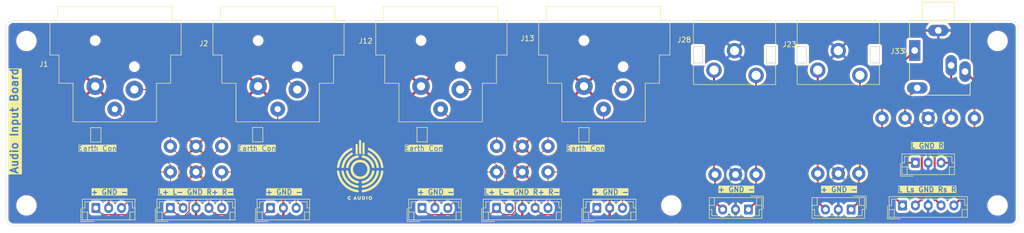
<source format=kicad_pcb>
(kicad_pcb (version 20241229) (generator "pcbnew") (generator_version "9.0")
  (layers (0 "F.Cu" signal) (2 "B.Cu" signal) (13 "F.Paste" user) (15 "B.Paste" user) (5 "F.SilkS" user "F.Silkscreen") (7 "B.SilkS" user "B.Silkscreen") (1 "F.Mask" user) (3 "B.Mask" user) (25 "Edge.Cuts" user))
  (net 0 "")
  (net 1 "Earth")
  (net 2 "/XLR1/In+_L_XLR1")
  (net 3 "/XLR1/In-_L_XLR1")
  (net 4 "/XLR1/In+_R_XLR1")
  (net 5 "/XLR1/In-_R_XLR1")
  (net 6 "/XLR2/In-_L_XLR1")
  (net 7 "/XLR2/In+_L_XLR1")
  (net 8 "/XLR2/In-_R_XLR1")
  (net 9 "/XLR2/In+_R_XLR1")
  (net 10 "GND")
  (net 11 "/Chinch1/In_L_RCA1")
  (net 12 "/Chinch1/In_R_RCA1")
  (net 13 "/Chinch2/In_R_RCA1")
  (net 14 "/Chinch2/In_L_RCA1")
  (net 15 "/3.5mm/In_R_3.5_sw")
  (net 16 "/3.5mm/In_L_3.5_sw")
  (net 17 "/3.5mm/In_R_3.5")
  (net 18 "/3.5mm/In_L_3.5")
  (footprint "Jumper:SolderJumper-2_P1.3mm_Open_TrianglePad1.0x1.5mm" (layer "F.Cu") (at 98.5 77.225 90)
    (property "Reference" "JP2" (hide yes))
    (property "Value" "Earth Conn")
    (pad "1" smd custom (at -0.725 0 90) (size 0.3 0.3) (layers "F.Cu" "F.Mask") (net 10 "GND") (options (clearance outline) (anchor rect)) (primitives (gr_poly (pts (xy 1 0) (xy 0.5 0.75) (xy -0.5 0.75) (xy -0.5 -0.75) (xy 0.5 -0.75)) (width 0) (fill yes))))
    (pad "2" smd custom (at 0.725 0 90) (size 0.3 0.3) (layers "F.Cu" "F.Mask") (net 1 "Earth") (options (clearance outline) (anchor rect)) (primitives (gr_poly (pts (xy 0.5 0.75) (xy -0.65 0.75) (xy -0.15 0) (xy -0.65 -0.75) (xy 0.5 -0.75)) (width 0) (fill yes))))
  )
  (footprint "Connector_JST:JST_EH_B3B-EH-A_1x03_P2.50mm_Vertical" (layer "F.Cu") (at 130.5 91.5)
    (property "Reference" "J17" (hide yes))
    (property "Value" "XLR1_L")
    (pad "1" thru_hole roundrect (at 0 0) (size 1.7 1.95) (drill 0.95) (layers "*.Cu" "*.Mask") (roundrect_rratio 0.147059) (net 7 "/XLR2/In+_L_XLR1"))
    (pad "2" thru_hole oval (at 2.5 0) (size 1.7 1.95) (drill 0.95) (layers "*.Cu" "*.Mask") (net 1 "Earth"))
    (pad "3" thru_hole oval (at 5 0) (size 1.7 1.95) (drill 0.95) (layers "*.Cu" "*.Mask") (net 6 "/XLR2/In-_L_XLR1"))
  )
  (footprint "Connector_Audio:Jack_XLR_Neutrik_NC3FAH1_Horizontal" (layer "F.Cu") (at 162 67.81 90)
    (property "Reference" "J13" (at 9.31 -11 0) (layer "F.SilkS"))
    (property "Value" "XLR-In1 R")
    (pad "" np_thru_hole circle (at 3.81 7.62 90) (size 1.6 1.6) (drill 1.6) (layers "*.Cu" "*.Mask"))
    (pad "" np_thru_hole circle (at 8.89 0 90) (size 1.6 1.6) (drill 1.6) (layers "*.Cu" "*.Mask"))
    (pad "1" thru_hole circle (at 0 0 90) (size 3.4 3.4) (drill 1.6) (layers "*.Cu" "*.Mask") (net 1 "Earth"))
    (pad "2" thru_hole circle (at -0.635 7.62 90) (size 3.4 3.4) (drill 1.6) (layers "*.Cu" "*.Mask") (net 9 "/XLR2/In+_R_XLR1"))
    (pad "3" thru_hole circle (at -4.45 3.81 90) (size 2.9 2.9) (drill 1.2) (layers "*.Cu" "*.Mask") (net 8 "/XLR2/In-_R_XLR1"))
  )
  (footprint "Connector_Pin:Pin_D1.3mm_L11.0mm" (layer "F.Cu") (at 211.5 84.8)
    (property "Reference" "J26" (hide yes))
    (property "Value" "GND")
    (pad "1" thru_hole circle (at 0 0) (size 2.6 2.6) (drill 1.3) (layers "*.Cu" "*.Mask") (net 10 "GND"))
  )
  (footprint "Connector_JST:JST_EH_B5B-EH-A_1x05_P2.50mm_Vertical" (layer "F.Cu") (at 145 91.5)
    (property "Reference" "J18" (hide yes))
    (property "Value" "XLR1")
    (pad "1" thru_hole roundrect (at 0 0) (size 1.7 1.95) (drill 0.95) (layers "*.Cu" "*.Mask") (roundrect_rratio 0.147059) (net 7 "/XLR2/In+_L_XLR1"))
    (pad "2" thru_hole oval (at 2.5 0) (size 1.7 1.95) (drill 0.95) (layers "*.Cu" "*.Mask") (net 6 "/XLR2/In-_L_XLR1"))
    (pad "3" thru_hole oval (at 5 0) (size 1.7 1.95) (drill 0.95) (layers "*.Cu" "*.Mask") (net 1 "Earth"))
    (pad "4" thru_hole oval (at 7.5 0) (size 1.7 1.95) (drill 0.95) (layers "*.Cu" "*.Mask") (net 9 "/XLR2/In+_R_XLR1"))
    (pad "5" thru_hole oval (at 10 0) (size 1.7 1.95) (drill 0.95) (layers "*.Cu" "*.Mask") (net 8 "/XLR2/In-_R_XLR1"))
  )
  (footprint "Jumper:SolderJumper-2_P1.3mm_Open_TrianglePad1.0x1.5mm" (layer "F.Cu") (at 162 77.275 90)
    (property "Reference" "JP4" (hide yes))
    (property "Value" "Earth Conn")
    (pad "1" smd custom (at -0.725 0 90) (size 0.3 0.3) (layers "F.Cu" "F.Mask") (net 10 "GND") (options (clearance outline) (anchor rect)) (primitives (gr_poly (pts (xy 1 0) (xy 0.5 0.75) (xy -0.5 0.75) (xy -0.5 -0.75) (xy 0.5 -0.75)) (width 0) (fill yes))))
    (pad "2" smd custom (at 0.725 0 90) (size 0.3 0.3) (layers "F.Cu" "F.Mask") (net 1 "Earth") (options (clearance outline) (anchor rect)) (primitives (gr_poly (pts (xy 0.5 0.75) (xy -0.65 0.75) (xy -0.15 0) (xy -0.65 -0.75) (xy 0.5 -0.75)) (width 0) (fill yes))))
  )
  (footprint "Connector_JST:JST_EH_B3B-EH-A_1x03_P2.50mm_Vertical" (layer "F.Cu") (at 194 91.8 180)
    (property "Reference" "J32" (hide yes))
    (property "Value" "Chinch1")
    (pad "1" thru_hole roundrect (at 0 0 180) (size 1.7 1.95) (drill 0.95) (layers "*.Cu" "*.Mask") (roundrect_rratio 0.147059) (net 14 "/Chinch2/In_L_RCA1"))
    (pad "2" thru_hole oval (at 2.5 0 180) (size 1.7 1.95) (drill 0.95) (layers "*.Cu" "*.Mask") (net 10 "GND"))
    (pad "3" thru_hole oval (at 5 0 180) (size 1.7 1.95) (drill 0.95) (layers "*.Cu" "*.Mask") (net 13 "/Chinch2/In_R_RCA1"))
  )
  (footprint "Connector_Pin:Pin_D1.3mm_L11.0mm" (layer "F.Cu") (at 91.5 79.5)
    (property "Reference" "J8" (hide yes))
    (property "Value" "+")
    (pad "1" thru_hole circle (at 0 0) (size 2.6 2.6) (drill 1.3) (layers "*.Cu" "*.Mask") (net 4 "/XLR1/In+_R_XLR1"))
  )
  (footprint "Connector_Pin:Pin_D1.3mm_L11.0mm" (layer "F.Cu") (at 207.5 84.8)
    (property "Reference" "J25" (hide yes))
    (property "Value" "-")
    (pad "1" thru_hole circle (at 0 0) (size 2.6 2.6) (drill 1.3) (layers "*.Cu" "*.Mask") (net 12 "/Chinch1/In_R_RCA1"))
  )
  (footprint "Connector_Pin:Pin_D1.3mm_L11.0mm" (layer "F.Cu") (at 145 84.5)
    (property "Reference" "J15" (hide yes))
    (property "Value" "-")
    (pad "1" thru_hole circle (at 0 0) (size 2.6 2.6) (drill 1.3) (layers "*.Cu" "*.Mask") (net 6 "/XLR2/In-_L_XLR1"))
  )
  (footprint "MountingHole:MountingHole_3.5mm" (layer "F.Cu") (at 53.5 91)
    (property "Reference" "H3" (hide yes))
    (property "Value" "MountingHole")
    (pad "" np_thru_hole circle (at 0 0) (size 3.5 3.5) (drill 3.5) (layers "*.Cu" "*.Mask"))
  )
  (footprint "Connector_JST:JST_EH_B3B-EH-A_1x03_P2.50mm_Vertical" (layer "F.Cu") (at 226.5 82.7)
    (property "Reference" "J40" (hide yes))
    (property "Value" "Conn_01x03_Socket")
    (pad "1" thru_hole roundrect (at 0 0) (size 1.7 1.95) (drill 0.95) (layers "*.Cu" "*.Mask") (roundrect_rratio 0.147059) (net 18 "/3.5mm/In_L_3.5"))
    (pad "2" thru_hole oval (at 2.5 0) (size 1.7 1.95) (drill 0.95) (layers "*.Cu" "*.Mask") (net 10 "GND"))
    (pad "3" thru_hole oval (at 5 0) (size 1.7 1.95) (drill 0.95) (layers "*.Cu" "*.Mask") (net 17 "/3.5mm/In_R_3.5"))
  )
  (footprint "MountingHole:MountingHole_3.5mm" (layer "F.Cu") (at 179 91)
    (property "Reference" "H5" (hide yes))
    (property "Value" "MountingHole")
    (pad "" np_thru_hole circle (at 0 0) (size 3.5 3.5) (drill 3.5) (layers "*.Cu" "*.Mask"))
  )
  (footprint "Connector_Pin:Pin_D1.3mm_L11.0mm" (layer "F.Cu") (at 145 79.5)
    (property "Reference" "J14" (hide yes))
    (property "Value" "+")
    (pad "1" thru_hole circle (at 0 0) (size 2.6 2.6) (drill 1.3) (layers "*.Cu" "*.Mask") (net 7 "/XLR2/In+_L_XLR1"))
  )
  (footprint "MountingHole:MountingHole_3.5mm" (layer "F.Cu") (at 242.5 91)
    (property "Reference" "H4" (hide yes))
    (property "Value" "MountingHole")
    (pad "" np_thru_hole circle (at 0 0) (size 3.5 3.5) (drill 3.5) (layers "*.Cu" "*.Mask"))
  )
  (footprint "Connector_Pin:Pin_D1.3mm_L11.0mm" (layer "F.Cu") (at 150 84.5)
    (property "Reference" "J16" (hide yes))
    (property "Value" "GND")
    (pad "1" thru_hole circle (at 0 0) (size 2.6 2.6) (drill 1.3) (layers "*.Cu" "*.Mask") (net 1 "Earth"))
  )
  (footprint "Connector_Pin:Pin_D1.3mm_L11.0mm" (layer "F.Cu") (at 220 74)
    (property "Reference" "J34" (hide yes))
    (property "Value" "+")
    (pad "1" thru_hole circle (at 0 0) (size 2.6 2.6) (drill 1.3) (layers "*.Cu" "*.Mask") (net 18 "/3.5mm/In_L_3.5"))
  )
  (footprint "Jumper:SolderJumper-2_P1.3mm_Open_TrianglePad1.0x1.5mm" (layer "F.Cu") (at 130.5 77.225 90)
    (property "Reference" "JP3" (hide yes))
    (property "Value" "Earth Conn")
    (pad "1" smd custom (at -0.725 0 90) (size 0.3 0.3) (layers "F.Cu" "F.Mask") (net 10 "GND") (options (clearance outline) (anchor rect)) (primitives (gr_poly (pts (xy 1 0) (xy 0.5 0.75) (xy -0.5 0.75) (xy -0.5 -0.75) (xy 0.5 -0.75)) (width 0) (fill yes))))
    (pad "2" smd custom (at 0.725 0 90) (size 0.3 0.3) (layers "F.Cu" "F.Mask") (net 1 "Earth") (options (clearance outline) (anchor rect)) (primitives (gr_poly (pts (xy 0.5 0.75) (xy -0.65 0.75) (xy -0.15 0) (xy -0.65 -0.75) (xy 0.5 -0.75)) (width 0) (fill yes))))
  )
  (footprint "Connector_Pin:Pin_D1.3mm_L11.0mm" (layer "F.Cu") (at 215.5 84.8)
    (property "Reference" "J24" (hide yes))
    (property "Value" "+")
    (pad "1" thru_hole circle (at 0 0) (size 2.6 2.6) (drill 1.3) (layers "*.Cu" "*.Mask") (net 11 "/Chinch1/In_L_RCA1"))
  )
  (footprint "Connector_Audio:Jack_XLR_Neutrik_NC3FAH1_Horizontal" (layer "F.Cu") (at 130.293332 67.81 90)
    (property "Reference" "J12" (at 8.81 -10.793332 0) (layer "F.SilkS"))
    (property "Value" "XLR-In1 L")
    (pad "" np_thru_hole circle (at 3.81 7.62 90) (size 1.6 1.6) (drill 1.6) (layers "*.Cu" "*.Mask"))
    (pad "" np_thru_hole circle (at 8.89 0 90) (size 1.6 1.6) (drill 1.6) (layers "*.Cu" "*.Mask"))
    (pad "1" thru_hole circle (at 0 0 90) (size 3.4 3.4) (drill 1.6) (layers "*.Cu" "*.Mask") (net 1 "Earth"))
    (pad "2" thru_hole circle (at -0.635 7.62 90) (size 3.4 3.4) (drill 1.6) (layers "*.Cu" "*.Mask") (net 7 "/XLR2/In+_L_XLR1"))
    (pad "3" thru_hole circle (at -4.45 3.81 90) (size 2.9 2.9) (drill 1.2) (layers "*.Cu" "*.Mask") (net 6 "/XLR2/In-_L_XLR1"))
  )
  (footprint "Connector_JST:JST_EH_B3B-EH-A_1x03_P2.50mm_Vertical" (layer "F.Cu") (at 67 91.5)
    (property "Reference" "J6" (hide yes))
    (property "Value" "XLR1_L")
    (pad "1" thru_hole roundrect (at 0 0) (size 1.7 1.95) (drill 0.95) (layers "*.Cu" "*.Mask") (roundrect_rratio 0.147059) (net 2 "/XLR1/In+_L_XLR1"))
    (pad "2" thru_hole oval (at 2.5 0) (size 1.7 1.95) (drill 0.95) (layers "*.Cu" "*.Mask") (net 1 "Earth"))
    (pad "3" thru_hole oval (at 5 0) (size 1.7 1.95) (drill 0.95) (layers "*.Cu" "*.Mask") (net 3 "/XLR1/In-_L_XLR1"))
  )
  (footprint "Connector_Pin:Pin_D1.3mm_L11.0mm" (layer "F.Cu") (at 187.5 85)
    (property "Reference" "J30" (hide yes))
    (property "Value" "-")
    (pad "1" thru_hole circle (at 0 0) (size 2.6 2.6) (drill 1.3) (layers "*.Cu" "*.Mask") (net 13 "/Chinch2/In_R_RCA1"))
  )
  (footprint "Connector_Pin:Pin_D1.3mm_L11.0mm" (layer "F.Cu") (at 81.5 79.5)
    (property "Reference" "J3" (hide yes))
    (property "Value" "+")
    (pad "1" thru_hole circle (at 0 0) (size 2.6 2.6) (drill 1.3) (layers "*.Cu" "*.Mask") (net 2 "/XLR1/In+_L_XLR1"))
  )
  (footprint "Connector_Pin:Pin_D1.3mm_L11.0mm" (layer "F.Cu") (at 86.5 79.5)
    (property "Reference" "J10" (hide yes))
    (property "Value" "GND")
    (pad "1" thru_hole circle (at 0 0) (size 2.6 2.6) (drill 1.3) (layers "*.Cu" "*.Mask") (net 1 "Earth"))
  )
  (footprint "Connector_Pin:Pin_D1.3mm_L11.0mm" (layer "F.Cu") (at 191.5 85)
    (property "Reference" "J31" (hide yes))
    (property "Value" "GND")
    (pad "1" thru_hole circle (at 0 0) (size 2.6 2.6) (drill 1.3) (layers "*.Cu" "*.Mask") (net 10 "GND"))
  )
  (footprint "Connector_Pin:Pin_D1.3mm_L11.0mm" (layer "F.Cu") (at 91.5 84.5)
    (property "Reference" "J9" (hide yes))
    (property "Value" "-")
    (pad "1" thru_hole circle (at 0 0) (size 2.6 2.6) (drill 1.3) (layers "*.Cu" "*.Mask") (net 5 "/XLR1/In-_R_XLR1"))
  )
  (footprint "Connector_Pin:Pin_D1.3mm_L11.0mm" (layer "F.Cu") (at 224.5 74)
    (property "Reference" "J37" (hide yes))
    (property "Value" "+_sw")
    (pad "1" thru_hole circle (at 0 0) (size 2.6 2.6) (drill 1.3) (layers "*.Cu" "*.Mask") (net 16 "/3.5mm/In_L_3.5_sw"))
  )
  (footprint "Connector_Pin:Pin_D1.3mm_L11.0mm" (layer "F.Cu") (at 229 74)
    (property "Reference" "J36" (hide yes))
    (property "Value" "GND")
    (pad "1" thru_hole circle (at 0 0) (size 2.6 2.6) (drill 1.3) (layers "*.Cu" "*.Mask") (net 10 "GND"))
  )
  (footprint "Connector_Audio:Jack_XLR_Neutrik_NC3FAH1_Horizontal" (layer "F.Cu") (at 66.88 67.81 90)
    (property "Reference" "J1" (at 4.3 -10 0) (layer "F.SilkS"))
    (property "Value" "XLR-In1 L")
    (pad "" np_thru_hole circle (at 3.81 7.62 90) (size 1.6 1.6) (drill 1.6) (layers "*.Cu" "*.Mask"))
    (pad "" np_thru_hole circle (at 8.89 0 90) (size 1.6 1.6) (drill 1.6) (layers "*.Cu" "*.Mask"))
    (pad "1" thru_hole circle (at 0 0 90) (size 3.4 3.4) (drill 1.6) (layers "*.Cu" "*.Mask") (net 1 "Earth"))
    (pad "2" thru_hole circle (at -0.635 7.62 90) (size 3.4 3.4) (drill 1.6) (layers "*.Cu" "*.Mask") (net 2 "/XLR1/In+_L_XLR1"))
    (pad "3" thru_hole circle (at -4.45 3.81 90) (size 2.9 2.9) (drill 1.2) (layers "*.Cu" "*.Mask") (net 3 "/XLR1/In-_L_XLR1"))
  )
  (footprint "Connector_JST:JST_EH_B3B-EH-A_1x03_P2.50mm_Vertical" (layer "F.Cu") (at 214 91.8 180)
    (property "Reference" "J27" (hide yes))
    (property "Value" "Chinch1")
    (pad "1" thru_hole roundrect (at 0 0 180) (size 1.7 1.95) (drill 0.95) (layers "*.Cu" "*.Mask") (roundrect_rratio 0.147059) (net 11 "/Chinch1/In_L_RCA1"))
    (pad "2" thru_hole oval (at 2.5 0 180) (size 1.7 1.95) (drill 0.95) (layers "*.Cu" "*.Mask") (net 10 "GND"))
    (pad "3" thru_hole oval (at 5 0 180) (size 1.7 1.95) (drill 0.95) (layers "*.Cu" "*.Mask") (net 12 "/Chinch1/In_R_RCA1"))
  )
  (footprint "_lib:CBP 2" (layer "F.Cu") (at 211.2 54.278007 180)
    (property "Reference" "J23" (at 9.2 -5.4 0) (layer "F.SilkS"))
    (property "Value" "Chinch-In1")
    (fp_rect (start 5.9 -9) (end 7.7 -5.8) (stroke (width 0.12)) (fill no) (layer "Edge.Cuts"))
    (fp_rect (start -8.3 -9) (end -6.5 -5.8) (stroke (width 0.12)) (fill no) (layer "Edge.Cuts"))
    (pad "1" thru_hole circle (at -4.5 -11.4 180) (size 3 3) (drill 1.8) (layers "*.Cu" "*.Mask") (net 11 "/Chinch1/In_L_RCA1"))
    (pad "2" thru_hole circle (at 3.7 -10.4 180) (size 3 3) (drill 1.8) (layers "*.Cu" "*.Mask") (net 12 "/Chinch1/In_R_RCA1"))
    (pad "3" thru_hole circle (at -0.3 -6.6 180) (size 3 3) (drill 1.8) (layers "*.Cu" "*.Mask") (net 10 "GND"))
  )
  (footprint "Connector_JST:JST_EH_B3B-EH-A_1x03_P2.50mm_Vertical" (layer "F.Cu") (at 164.5 91.5)
    (property "Reference" "J22" (hide yes))
    (property "Value" "XLR1_R")
    (pad "1" thru_hole roundrect (at 0 0) (size 1.7 1.95) (drill 0.95) (layers "*.Cu" "*.Mask") (roundrect_rratio 0.147059) (net 9 "/XLR2/In+_R_XLR1"))
    (pad "2" thru_hole oval (at 2.5 0) (size 1.7 1.95) (drill 0.95) (layers "*.Cu" "*.Mask") (net 1 "Earth"))
    (pad "3" thru_hole oval (at 5 0) (size 1.7 1.95) (drill 0.95) (layers "*.Cu" "*.Mask") (net 8 "/XLR2/In-_R_XLR1"))
  )
  (footprint "Connector_Pin:Pin_D1.3mm_L11.0mm" (layer "F.Cu") (at 195.5 85)
    (property "Reference" "J29" (hide yes))
    (property "Value" "+")
    (pad "1" thru_hole circle (at 0 0) (size 2.6 2.6) (drill 1.3) (layers "*.Cu" "*.Mask") (net 14 "/Chinch2/In_L_RCA1"))
  )
  (footprint "Connector_Pin:Pin_D1.3mm_L11.0mm" (layer "F.Cu") (at 155 79.5)
    (property "Reference" "J19" (hide yes))
    (property "Value" "+")
    (pad "1" thru_hole circle (at 0 0) (size 2.6 2.6) (drill 1.3) (layers "*.Cu" "*.Mask") (net 9 "/XLR2/In+_R_XLR1"))
  )
  (footprint "Connector_Pin:Pin_D1.3mm_L11.0mm" (layer "F.Cu") (at 86.5 84.5)
    (property "Reference" "J5" (hide yes))
    (property "Value" "GND")
    (pad "1" thru_hole circle (at 0 0) (size 2.6 2.6) (drill 1.3) (layers "*.Cu" "*.Mask") (net 1 "Earth"))
  )
  (footprint "Connector_Audio:Jack_3.5mm_Ledino_KB3SPRS_Horizontal" (layer "F.Cu") (at 226.362487 60.85 -90)
    (property "Reference" "J33" (at 0.15 3.362487 0) (layer "F.SilkS"))
    (property "Value" "3.5mm ")
    (pad "R" thru_hole oval (at 4.1 -9.8 270) (size 4 2.2) (drill 1.3) (layers "*.Cu" "*.Mask") (net 17 "/3.5mm/In_R_3.5"))
    (pad "RN" thru_hole oval (at 2.9 -7.1 270) (size 4 2.2) (drill 1.3) (layers "*.Cu" "*.Mask") (net 15 "/3.5mm/In_R_3.5_sw"))
    (pad "S" thru_hole oval (at -3.9 -4.6 270) (size 2.2 4) (drill 1.3) (layers "*.Cu" "*.Mask") (net 10 "GND"))
    (pad "T" thru_hole rect (at 0 0 270) (size 4 2.2) (drill 1.3) (layers "*.Cu" "*.Mask") (net 18 "/3.5mm/In_L_3.5"))
    (pad "TN" thru_hole oval (at 7.3 -0.5) (size 4 2.2) (drill 1.3) (layers "*.Cu" "*.Mask") (net 16 "/3.5mm/In_L_3.5_sw"))
  )
  (footprint "Connector_JST:JST_EH_B5B-EH-A_1x05_P2.50mm_Vertical" (layer "F.Cu") (at 224 91)
    (property "Reference" "J39" (hide yes))
    (property "Value" "Conn_01x05_Socket")
    (pad "1" thru_hole roundrect (at 0 0) (size 1.7 1.95) (drill 0.95) (layers "*.Cu" "*.Mask") (roundrect_rratio 0.147059) (net 18 "/3.5mm/In_L_3.5"))
    (pad "2" thru_hole oval (at 2.5 0) (size 1.7 1.95) (drill 0.95) (layers "*.Cu" "*.Mask") (net 16 "/3.5mm/In_L_3.5_sw"))
    (pad "3" thru_hole oval (at 5 0) (size 1.7 1.95) (drill 0.95) (layers "*.Cu" "*.Mask") (net 10 "GND"))
    (pad "4" thru_hole oval (at 7.5 0) (size 1.7 1.95) (drill 0.95) (layers "*.Cu" "*.Mask") (net 15 "/3.5mm/In_R_3.5_sw"))
    (pad "5" thru_hole oval (at 10 0) (size 1.7 1.95) (drill 0.95) (layers "*.Cu" "*.Mask") (net 17 "/3.5mm/In_R_3.5"))
  )
  (footprint "Connector_JST:JST_EH_B5B-EH-A_1x05_P2.50mm_Vertical" (layer "F.Cu") (at 81.5 91.5)
    (property "Reference" "J7" (hide yes))
    (property "Value" "XLR1")
    (pad "1" thru_hole roundrect (at 0 0) (size 1.7 1.95) (drill 0.95) (layers "*.Cu" "*.Mask") (roundrect_rratio 0.147059) (net 2 "/XLR1/In+_L_XLR1"))
    (pad "2" thru_hole oval (at 2.5 0) (size 1.7 1.95) (drill 0.95) (layers "*.Cu" "*.Mask") (net 3 "/XLR1/In-_L_XLR1"))
    (pad "3" thru_hole oval (at 5 0) (size 1.7 1.95) (drill 0.95) (layers "*.Cu" "*.Mask") (net 1 "Earth"))
    (pad "4" thru_hole oval (at 7.5 0) (size 1.7 1.95) (drill 0.95) (layers "*.Cu" "*.Mask") (net 4 "/XLR1/In+_R_XLR1"))
    (pad "5" thru_hole oval (at 10 0) (size 1.7 1.95) (drill 0.95) (layers "*.Cu" "*.Mask") (net 5 "/XLR1/In-_R_XLR1"))
  )
  (footprint "Connector_Pin:Pin_D1.3mm_L11.0mm" (layer "F.Cu") (at 238 74)
    (property "Reference" "J35" (hide yes))
    (property "Value" "-")
    (pad "1" thru_hole circle (at 0 0) (size 2.6 2.6) (drill 1.3) (layers "*.Cu" "*.Mask") (net 17 "/3.5mm/In_R_3.5"))
  )
  (footprint "Connector_Pin:Pin_D1.3mm_L11.0mm" (layer "F.Cu") (at 81.5 84.5)
    (property "Reference" "J4" (hide yes))
    (property "Value" "-")
    (pad "1" thru_hole circle (at 0 0) (size 2.6 2.6) (drill 1.3) (layers "*.Cu" "*.Mask") (net 3 "/XLR1/In-_L_XLR1"))
  )
  (footprint "Jumper:SolderJumper-2_P1.3mm_Open_TrianglePad1.0x1.5mm" (layer "F.Cu") (at 67 77.275 90)
    (property "Reference" "JP1" (hide yes))
    (property "Value" "Earth Conn")
    (pad "1" smd custom (at -0.725 0 90) (size 0.3 0.3) (layers "F.Cu" "F.Mask") (net 10 "GND") (options (clearance outline) (anchor rect)) (primitives (gr_poly (pts (xy 1 0) (xy 0.5 0.75) (xy -0.5 0.75) (xy -0.5 -0.75) (xy 0.5 -0.75)) (width 0) (fill yes))))
    (pad "2" smd custom (at 0.725 0 90) (size 0.3 0.3) (layers "F.Cu" "F.Mask") (net 1 "Earth") (options (clearance outline) (anchor rect)) (primitives (gr_poly (pts (xy 0.5 0.75) (xy -0.65 0.75) (xy -0.15 0) (xy -0.65 -0.75) (xy 0.5 -0.75)) (width 0) (fill yes))))
  )
  (footprint "MountingHole:MountingHole_3.5mm" (layer "F.Cu") (at 242.5 59)
    (property "Reference" "H2" (hide yes))
    (property "Value" "MountingHole")
    (pad "" np_thru_hole circle (at 0 0) (size 3.5 3.5) (drill 3.5) (layers "*.Cu" "*.Mask"))
  )
  (footprint "_lib:CBP 2" (layer "F.Cu") (at 191 54.283007 180)
    (property "Reference" "J28" (at 9.5 -4.5 0) (layer "F.SilkS"))
    (property "Value" "Chinch-In1")
    (fp_rect (start 5.9 -9) (end 7.7 -5.8) (stroke (width 0.12)) (fill no) (layer "Edge.Cuts"))
    (fp_rect (start -8.3 -9) (end -6.5 -5.8) (stroke (width 0.12)) (fill no) (layer "Edge.Cuts"))
    (pad "1" thru_hole circle (at -4.5 -11.4 180) (size 3 3) (drill 1.8) (layers "*.Cu" "*.Mask") (net 14 "/Chinch2/In_L_RCA1"))
    (pad "2" thru_hole circle (at 3.7 -10.4 180) (size 3 3) (drill 1.8) (layers "*.Cu" "*.Mask") (net 13 "/Chinch2/In_R_RCA1"))
    (pad "3" thru_hole circle (at -0.3 -6.6 180) (size 3 3) (drill 1.8) (layers "*.Cu" "*.Mask") (net 10 "GND"))
  )
  (footprint "Custom Logos:C Audio Logo 20mm" (layer "F.Cu") (at 118.5 84)
    (property "Reference" "G***" (hide yes))
    (property "Value" "LOGO" (hide yes))
  )
  (footprint "Connector_JST:JST_EH_B3B-EH-A_1x03_P2.50mm_Vertical" (layer "F.Cu") (at 101 91.5)
    (property "Reference" "J11" (hide yes))
    (property "Value" "XLR1_R")
    (pad "1" thru_hole roundrect (at 0 0) (size 1.7 1.95) (drill 0.95) (layers "*.Cu" "*.Mask") (roundrect_rratio 0.147059) (net 4 "/XLR1/In+_R_XLR1"))
    (pad "2" thru_hole oval (at 2.5 0) (size 1.7 1.95) (drill 0.95) (layers "*.Cu" "*.Mask") (net 1 "Earth"))
    (pad "3" thru_hole oval (at 5 0) (size 1.7 1.95) (drill 0.95) (layers "*.Cu" "*.Mask") (net 5 "/XLR1/In-_R_XLR1"))
  )
  (footprint "Connector_Pin:Pin_D1.3mm_L11.0mm" (layer "F.Cu") (at 233.5 74)
    (property "Reference" "J38" (hide yes))
    (property "Value" "-_sw")
    (pad "1" thru_hole circle (at 0 0) (size 2.6 2.6) (drill 1.3) (layers "*.Cu" "*.Mask") (net 15 "/3.5mm/In_R_3.5_sw"))
  )
  (footprint "Connector_Pin:Pin_D1.3mm_L11.0mm" (layer "F.Cu") (at 155 84.5)
    (property "Reference" "J20" (hide yes))
    (property "Value" "-")
    (pad "1" thru_hole circle (at 0 0) (size 2.6 2.6) (drill 1.3) (layers "*.Cu" "*.Mask") (net 8 "/XLR2/In-_R_XLR1"))
  )
  (footprint "Connector_Pin:Pin_D1.3mm_L11.0mm" (layer "F.Cu") (at 150 79.5)
    (property "Reference" "J21" (hide yes))
    (property "Value" "GND")
    (pad "1" thru_hole circle (at 0 0) (size 2.6 2.6) (drill 1.3) (layers "*.Cu" "*.Mask") (net 1 "Earth"))
  )
  (footprint "Connector_Audio:Jack_XLR_Neutrik_NC3FAH1_Horizontal" (layer "F.Cu") (at 98.586666 67.81 90)
    (property "Reference" "J2" (at 8.31 -10.586666 0) (layer "F.SilkS"))
    (property "Value" "XLR-In1 R")
    (pad "" np_thru_hole circle (at 3.81 7.62 90) (size 1.6 1.6) (drill 1.6) (layers "*.Cu" "*.Mask"))
    (pad "" np_thru_hole circle (at 8.89 0 90) (size 1.6 1.6) (drill 1.6) (layers "*.Cu" "*.Mask"))
    (pad "1" thru_hole circle (at 0 0 90) (size 3.4 3.4) (drill 1.6) (layers "*.Cu" "*.Mask") (net 1 "Earth"))
    (pad "2" thru_hole circle (at -0.635 7.62 90) (size 3.4 3.4) (drill 1.6) (layers "*.Cu" "*.Mask") (net 4 "/XLR1/In+_R_XLR1"))
    (pad "3" thru_hole circle (at -4.45 3.81 90) (size 2.9 2.9) (drill 1.2) (layers "*.Cu" "*.Mask") (net 5 "/XLR1/In-_R_XLR1"))
  )
  (footprint "MountingHole:MountingHole_3.5mm" (layer "F.Cu") (at 53.5 59)
    (property "Reference" "H1" (hide yes))
    (property "Value" "MountingHole")
    (pad "" np_thru_hole circle (at 0 0) (size 3.5 3.5) (drill 3.5) (layers "*.Cu" "*.Mask"))
  )
  (gr_line (start 246.5 56.5) (end 246.5 93.5) (stroke (width 0.05)) (layer "Edge.Cuts"))
  (gr_arc (start 246.5 93.5) (mid 246.06066 94.56066) (end 245 95) (stroke (width 0.05)) (layer "Edge.Cuts"))
  (gr_arc (start 245 55) (mid 246.06066 55.43934) (end 246.5 56.5) (stroke (width 0.05)) (layer "Edge.Cuts"))
  (gr_line (start 245 95) (end 51 95) (stroke (width 0.05)) (layer "Edge.Cuts"))
  (gr_arc (start 51 95) (mid 49.93934 94.56066) (end 49.5 93.5) (stroke (width 0.05)) (layer "Edge.Cuts"))
  (gr_line (start 51 55) (end 245 55) (stroke (width 0.05)) (layer "Edge.Cuts"))
  (gr_line (start 49.5 93.5) (end 49.5 56.5) (stroke (width 0.05)) (layer "Edge.Cuts"))
  (gr_arc (start 49.5 56.5) (mid 49.93934 55.43934) (end 51 55) (stroke (width 0.05)) (layer "Edge.Cuts"))
  (gr_text "L+ L- GND R+ R-" (at 79 89 0) (layer "F.SilkS" knockout) (effects (font (size 1 1) (thickness 0.2) (bold yes)) (justify left bottom)))
  (gr_text "Earth Con" (at 94.5 80.5 0) (layer "F.SilkS" knockout) (effects (font (size 1 1)) (justify left bottom)))
  (gr_text "+ GND -" (at 66 89 0) (layer "F.SilkS" knockout) (effects (font (size 1 1) (thickness 0.2) (bold yes)) (justify left bottom)))
  (gr_text "+ GND -" (at 188 88.5 0) (layer "F.SilkS" knockout) (effects (font (size 1 1) (thickness 0.2) (bold yes)) (justify left bottom)))
  (gr_text "Earth Con" (at 127 80.5 0) (layer "F.SilkS" knockout) (effects (font (size 1 1)) (justify left bottom)))
  (gr_text "L Ls GND Rs R" (at 223 88.5 0) (layer "F.SilkS" knockout) (effects (font (size 1 1) (thickness 0.2) (bold yes)) (justify left bottom)))
  (gr_text "+ GND -" (at 208 88.5 0) (layer "F.SilkS" knockout) (effects (font (size 1 1) (thickness 0.2) (bold yes)) (justify left bottom)))
  (gr_text "Audio Input Board" (at 52 85 90) (layer "F.SilkS" knockout) (effects (font (size 1.5 1.5) (thickness 0.3) (bold yes)) (justify left bottom)))
  (gr_text "+ GND -" (at 129.5 89 0) (layer "F.SilkS" knockout) (effects (font (size 1 1) (thickness 0.2) (bold yes)) (justify left bottom)))
  (gr_text "+ GND -" (at 163.5 89 0) (layer "F.SilkS" knockout) (effects (font (size 1 1) (thickness 0.2) (bold yes)) (justify left bottom)))
  (gr_text "Earth Con" (at 158.5 80.5 0) (layer "F.SilkS" knockout) (effects (font (size 1 1)) (justify left bottom)))
  (gr_text "L+ L- GND R+ R-" (at 142.5 89 0) (layer "F.SilkS" knockout) (effects (font (size 1 1) (thickness 0.2) (bold yes)) (justify left bottom)))
  (gr_text "L GND R" (at 225.5 80 0) (layer "F.SilkS" knockout) (effects (font (size 1 1) (thickness 0.2) (bold yes)) (justify left bottom)))
  (gr_text "+ GND -" (at 100 89 0) (layer "F.SilkS" knockout) (effects (font (size 1 1) (thickness 0.2) (bold yes)) (justify left bottom)))
  (gr_text "Earth Con" (at 63.5 80.5 0) (layer "F.SilkS" knockout) (effects (font (size 1 1)) (justify left bottom)))
  (segment (start 83.1 81.1) (end 83.1 87.634314) (width 0.2) (layer "F.Cu") (net 2))
  (segment (start 83 93) (end 81.5 91.5) (width 0.2) (layer "F.Cu") (net 2))
  (segment (start 83.1 87.634314) (end 85.15 89.684314) (width 0.2) (layer "F.Cu") (net 2))
  (segment (start 78.565 68.445) (end 81.5 71.38) (width 0.2) (layer "F.Cu") (net 2))
  (segment (start 81.5 71.38) (end 81.5 79.5) (width 0.2) (layer "F.Cu") (net 2))
  (segment (start 81.5 79.5) (end 83.1 81.1) (width 0.2) (layer "F.Cu") (net 2))
  (segment (start 81.5 91.5) (end 80.225 92.775) (width 0.2) (layer "F.Cu") (net 2))
  (segment (start 74.5 68.445) (end 78.565 68.445) (width 0.2) (layer "F.Cu") (net 2))
  (segment (start 85.15 89.684314) (end 85.15 92.101346) (width 0.2) (layer "F.Cu") (net 2))
  (segment (start 85.15 92.101346) (end 84.251346 93) (width 0.2) (layer "F.Cu") (net 2))
  (segment (start 68.275 92.775) (end 67 91.5) (width 0.2) (layer "F.Cu") (net 2))
  (segment (start 80.225 92.775) (end 68.275 92.775) (width 0.2) (layer "F.Cu") (net 2))
  (segment (start 84.251346 93) (end 83 93) (width 0.2) (layer "F.Cu") (net 2))
  (segment (start 79 84.5) (end 72 91.5) (width 0.2) (layer "F.Cu") (net 3))
  (segment (start 81.5 83.07) (end 81.5 84.5) (width 0.2) (layer "F.Cu") (net 3))
  (segment (start 70.69 72.26) (end 81.5 83.07) (width 0.2) (layer "F.Cu") (net 3))
  (segment (start 81.5 89) (end 84 91.5) (width 0.2) (layer "F.Cu") (net 3))
  (segment (start 81.5 84.5) (end 81.5 89) (width 0.2) (layer "F.Cu") (net 3))
  (segment (start 81.5 84.5) (end 79 84.5) (width 0.2) (layer "F.Cu") (net 3))
  (segment (start 91.5 79.5) (end 89 82) (width 0.2) (layer "F.Cu") (net 4))
  (segment (start 99.725 92.775) (end 101 91.5) (width 0.2) (layer "F.Cu") (net 4))
  (segment (start 96.12 64.5) (end 91.5 69.12) (width 0.2) (layer "F.Cu") (net 4))
  (segment (start 106.206666 68.445) (end 102.261666 64.5) (width 0.2) (layer "F.Cu") (net 4))
  (segment (start 89 82) (end 89 91.5) (width 0.2) (layer "F.Cu") (net 4))
  (segment (start 102.261666 64.5) (end 96.12 64.5) (width 0.2) (layer "F.Cu") (net 4))
  (segment (start 90.275 92.775) (end 99.725 92.775) (width 0.2) (layer "F.Cu") (net 4))
  (segment (start 91.5 69.12) (end 91.5 79.5) (width 0.2) (layer "F.Cu") (net 4))
  (segment (start 89 91.5) (end 90.275 92.775) (width 0.2) (layer "F.Cu") (net 4))
  (segment (start 100.37 82.25) (end 106 87.88) (width 0.2) (layer "F.Cu") (net 5))
  (segment (start 98.12 84.5) (end 100.37 82.25) (width 0.2) (layer "F.Cu") (net 5))
  (segment (start 106 87.88) (end 106 91.5) (width 0.2) (layer "F.Cu") (net 5))
  (segment (start 100.37 82.25) (end 102.396666 80.223334) (width 0.2) (layer "F.Cu") (net 5))
  (segment (start 91.5 84.5) (end 91.5 91.5) (width 0.2) (layer "F.Cu") (net 5))
  (segment (start 91.5 84.5) (end 98.12 84.5) (width 0.2) (layer "F.Cu") (net 5))
  (segment (start 102.396666 80.223334) (end 102.396666 72.26) (width 0.2) (layer "F.Cu") (net 5))
  (segment (start 145 84.5) (end 142.5 84.5) (width 0.2) (layer "F.Cu") (net 6))
  (segment (start 142.5 84.5) (end 135.5 91.5) (width 0.2) (layer "F.Cu") (net 6))
  (segment (start 145 89) (end 147.5 91.5) (width 0.2) (layer "F.Cu") (net 6))
  (segment (start 145 83.156668) (end 145 84.5) (width 0.2) (layer "F.Cu") (net 6))
  (segment (start 145 84.5) (end 145 89) (width 0.2) (layer "F.Cu") (net 6))
  (segment (start 134.103332 72.26) (end 145 83.156668) (width 0.2) (layer "F.Cu") (net 6))
  (segment (start 145 79.5) (end 146.6 81.1) (width 0.2) (layer "F.Cu") (net 7))
  (segment (start 145 71.38) (end 145 79.5) (width 0.2) (layer "F.Cu") (net 7))
  (segment (start 143.725 92.775) (end 131.775 92.775) (width 0.2) (layer "F.Cu") (net 7))
  (segment (start 146.275 92.775) (end 145 91.5) (width 0.2) (layer "F.Cu") (net 7))
  (segment (start 148.65 92.101346) (end 147.976346 92.775) (width 0.2) (layer "F.Cu") (net 7))
  (segment (start 137.913332 68.445) (end 142.065 68.445) (width 0.2) (layer "F.Cu") (net 7))
  (segment (start 145 91.5) (end 143.725 92.775) (width 0.2) (layer "F.Cu") (net 7))
  (segment (start 148.65 90.53) (end 148.65 92.101346) (width 0.2) (layer "F.Cu") (net 7))
  (segment (start 147.976346 92.775) (end 146.275 92.775) (width 0.2) (layer "F.Cu") (net 7))
  (segment (start 146.6 81.1) (end 146.6 88.48) (width 0.2) (layer "F.Cu") (net 7))
  (segment (start 131.775 92.775) (end 130.5 91.5) (width 0.2) (layer "F.Cu") (net 7))
  (segment (start 146.6 88.48) (end 148.65 90.53) (width 0.2) (layer "F.Cu") (net 7))
  (segment (start 142.065 68.445) (end 145 71.38) (width 0.2) (layer "F.Cu") (net 7))
  (segment (start 155 84.5) (end 155 91.5) (width 0.2) (layer "F.Cu") (net 8))
  (segment (start 169.5 91.5) (end 169.5 87.88) (width 0.2) (layer "F.Cu") (net 8))
  (segment (start 165.81 81.31) (end 164.37 82.75) (width 0.2) (layer "F.Cu") (net 8))
  (segment (start 162.62 84.5) (end 155 84.5) (width 0.2) (layer "F.Cu") (net 8))
  (segment (start 165.81 72.26) (end 165.81 81.31) (width 0.2) (layer "F.Cu") (net 8))
  (segment (start 169.5 87.88) (end 164.37 82.75) (width 0.2) (layer "F.Cu") (net 8))
  (segment (start 164.37 82.75) (end 162.62 84.5) (width 0.2) (layer "F.Cu") (net 8))
  (segment (start 152.5 82) (end 152.5 91.5) (width 0.2) (layer "F.Cu") (net 9))
  (segment (start 155 69.12) (end 155 79.5) (width 0.2) (layer "F.Cu") (net 9))
  (segment (start 159.12 65) (end 155 69.12) (width 0.2) (layer "F.Cu") (net 9))
  (segment (start 152.5 91.5) (end 153.775 92.775) (width 0.2) (layer "F.Cu") (net 9))
  (segment (start 155 79.5) (end 152.5 82) (width 0.2) (layer "F.Cu") (net 9))
  (segment (start 166.175 65) (end 159.12 65) (width 0.2) (layer "F.Cu") (net 9))
  (segment (start 169.62 68.445) (end 166.175 65) (width 0.2) (layer "F.Cu") (net 9))
  (segment (start 153.775 92.775) (end 163.225 92.775) (width 0.2) (layer "F.Cu") (net 9))
  (segment (start 163.225 92.775) (end 164.5 91.5) (width 0.2) (layer "F.Cu") (net 9))
  (segment (start 162 78) (end 162 80) (width 0.4) (layer "F.Cu") (net 10))
  (segment (start 98.5 77.95) (end 98.5 80) (width 0.4) (layer "F.Cu") (net 10))
  (segment (start 67 78) (end 67 80) (width 0.4) (layer "F.Cu") (net 10))
  (segment (start 130.5 77.95) (end 130.5 80) (width 0.4) (layer "F.Cu") (net 10))
  (via (at 98.5 80) (size 0.6) (drill 0.3) (layers "F.Cu" "B.Cu") (net 10))
  (via (at 162 80) (size 0.6) (drill 0.3) (layers "F.Cu" "B.Cu") (net 10))
  (via (at 67 80) (size 0.6) (drill 0.3) (layers "F.Cu" "B.Cu") (net 10))
  (via (at 130.5 80) (size 0.6) (drill 0.3) (layers "F.Cu" "B.Cu") (net 10))
  (segment (start 215.5 90.3) (end 214 91.8) (width 0.4) (layer "F.Cu") (net 11))
  (segment (start 215.5 84.8) (end 215.5 90.3) (width 0.4) (layer "F.Cu") (net 11))
  (segment (start 215.7 65.678007) (end 215.7 84.6) (width 0.4) (layer "F.Cu") (net 11))
  (segment (start 215.7 84.6) (end 215.5 84.8) (width 0.4) (layer "F.Cu") (net 11))
  (segment (start 207.5 90.3) (end 209 91.8) (width 0.4) (layer "F.Cu") (net 12))
  (segment (start 207.5 84.8) (end 207.5 90.3) (width 0.4) (layer "F.Cu") (net 12))
  (segment (start 207.5 64.678007) (end 207.5 84.8) (width 0.4) (layer "F.Cu") (net 12))
  (segment (start 187.3 64.683007) (end 187.3 84.8) (width 0.4) (layer "F.Cu") (net 13))
  (segment (start 187.5 85) (end 187.5 90.3) (width 0.4) (layer "F.Cu") (net 13))
  (segment (start 187.5 90.3) (end 189 91.8) (width 0.4) (layer "F.Cu") (net 13))
  (segment (start 187.3 84.8) (end 187.5 85) (width 0.4) (layer "F.Cu") (net 13))
  (segment (start 195.5 90.3) (end 194 91.8) (width 0.4) (layer "F.Cu") (net 14))
  (segment (start 195.5 65.683007) (end 195.5 85) (width 0.4) (layer "F.Cu") (net 14))
  (segment (start 195.5 85) (end 195.5 90.3) (width 0.4) (layer "F.Cu") (net 14))
  (segment (start 233.5 74) (end 230.25 77.25) (width 0.4) (layer "F.Cu") (net 15))
  (segment (start 233.462487 73.962487) (end 233.5 74) (width 0.4) (layer "F.Cu") (net 15))
  (segment (start 230.25 77.25) (end 230.25 89.75) (width 0.4) (layer "F.Cu") (net 15))
  (segment (start 233.462487 63.75) (end 233.462487 73.962487) (width 0.4) (layer "F.Cu") (net 15))
  (segment (start 230.25 89.75) (end 231.5 91) (width 0.4) (layer "F.Cu") (net 15))
  (segment (start 226.862487 68.15) (end 224.5 70.512487) (width 0.4) (layer "F.Cu") (net 16))
  (segment (start 224.5 70.512487) (end 224.5 74) (width 0.4) (layer "F.Cu") (net 16))
  (segment (start 224.5 74) (end 227.75 77.25) (width 0.4) (layer "F.Cu") (net 16))
  (segment (start 227.75 89.75) (end 226.5 91) (width 0.4) (layer "F.Cu") (net 16))
  (segment (start 227.75 77.25) (end 227.75 89.75) (width 0.4) (layer "F.Cu") (net 16))
  (segment (start 231.5 82.7) (end 238 82.7) (width 0.4) (layer "F.Cu") (net 17))
  (segment (start 238 66.787513) (end 238 74) (width 0.4) (layer "F.Cu") (net 17))
  (segment (start 236.162487 64.95) (end 238 66.787513) (width 0.4) (layer "F.Cu") (net 17))
  (segment (start 238 82.7) (end 238 87) (width 0.4) (layer "F.Cu") (net 17))
  (segment (start 238 87) (end 234 91) (width 0.4) (layer "F.Cu") (net 17))
  (segment (start 238 74) (end 238 82.7) (width 0.4) (layer "F.Cu") (net 17))
  (segment (start 220 87) (end 224 91) (width 0.4) (layer "F.Cu") (net 18))
  (segment (start 220 67.212487) (end 220 74) (width 0.4) (layer "F.Cu") (net 18))
  (segment (start 220 82.7) (end 220 87) (width 0.4) (layer "F.Cu") (net 18))
  (segment (start 226.362487 60.85) (end 220 67.212487) (width 0.4) (layer "F.Cu") (net 18))
  (segment (start 226.5 82.7) (end 220 82.7) (width 0.4) (layer "F.Cu") (net 18))
  (segment (start 220 74) (end 220 82.7) (width 0.4) (layer "F.Cu") (net 18))
  (zone (net 1) (net_name "Earth") (layer "F.Cu") (priority 1) (connect_pads (clearance 0.5)) (min_thickness 0.25) (fill yes (thermal_gap 0.5) (thermal_bridge_width 0.5))
    (polygon (pts (xy 179.5 55) (xy 179.5 95) (xy 49.5 95) (xy 49.5 55)))
  )
  (zone (net 10) (net_name "GND") (layers "F.Cu" "B.Cu") (connect_pads (clearance 0.5)) (min_thickness 0.25) (fill yes (thermal_gap 0.5) (thermal_bridge_width 0.5))
    (polygon (pts (xy 49.5 55) (xy 49.5 95) (xy 246.5 95) (xy 246.5 55)))
  )
)
</source>
